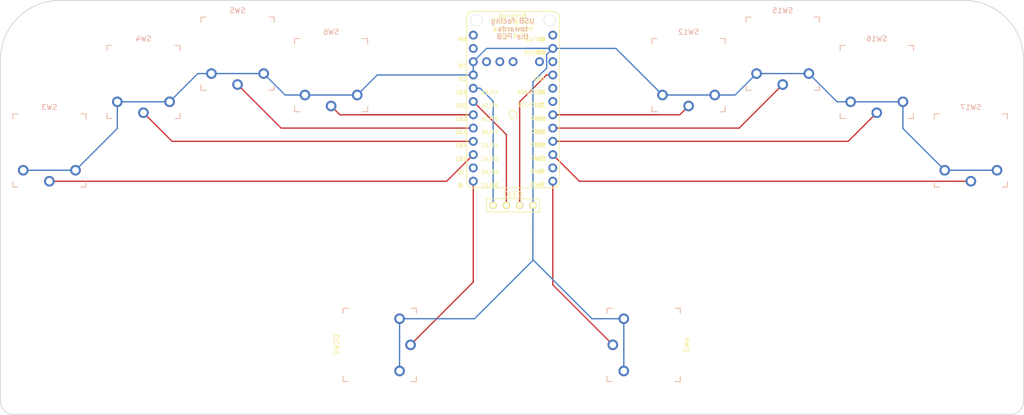
<source format=kicad_pcb>
(kicad_pcb (version 20171130) (host pcbnew 5.1.6)

  (general
    (thickness 1.6)
    (drawings 8)
    (tracks 75)
    (zones 0)
    (modules 12)
    (nets 2)
  )

  (page A4)
  (title_block
    (title "noip")
    (date 2020-06-10)
    (rev .1)
    (company broomlabs)
  )

  (layers
    (0 F.Cu signal)
    (31 B.Cu signal)
    (32 B.Adhes user)
    (33 F.Adhes user)
    (34 B.Paste user hide)
    (35 F.Paste user)
    (36 B.SilkS user hide)
    (37 F.SilkS user hide)
    (38 B.Mask user hide)
    (39 F.Mask user)
    (40 Dwgs.User user hide)
    (41 Cmts.User user)
    (42 Eco1.User user)
    (43 Eco2.User user hide)
    (44 Edge.Cuts user)
    (45 Margin user)
    (46 B.CrtYd user)
    (47 F.CrtYd user)
    (48 B.Fab user hide)
    (49 F.Fab user hide)
  )

  (setup
    (last_trace_width 0.25)
    (user_trace_width 0.5)
    (trace_clearance 0.2)
    (zone_clearance 0.508)
    (zone_45_only no)
    (trace_min 0.2)
    (via_size 0.6)
    (via_drill 0.4)
    (via_min_size 0.4)
    (via_min_drill 0.3)
    (uvia_size 0.3)
    (uvia_drill 0.1)
    (uvias_allowed no)
    (uvia_min_size 0.2)
    (uvia_min_drill 0.1)
    (edge_width 0.15)
    (segment_width 0.15)
    (pcb_text_width 0.3)
    (pcb_text_size 1.5 1.5)
    (mod_edge_width 0.15)
    (mod_text_size 1 1)
    (mod_text_width 0.15)
    (pad_size 1.397 1.397)
    (pad_drill 0.8128)
    (pad_to_mask_clearance 0.2)
    (aux_axis_origin 145.73 12.66)
    (visible_elements FFFFFFFF)
    (pcbplotparams
      (layerselection 0x010f0_ffffffff)
      (usegerberextensions true)
      (usegerberattributes false)
      (usegerberadvancedattributes false)
      (creategerberjobfile false)
      (excludeedgelayer true)
      (linewidth 0.150000)
      (plotframeref false)
      (viasonmask false)
      (mode 1)
      (useauxorigin false)
      (hpglpennumber 1)
      (hpglpenspeed 20)
      (hpglpendiameter 15.000000)
      (psnegative false)
      (psa4output false)
      (plotreference true)
      (plotvalue true)
      (plotinvisibletext false)
      (padsonsilk false)
      (subtractmaskfromsilk false)
      (outputformat 1)
      (mirror false)
      (drillshape 0)
      (scaleselection 1)
      (outputdirectory "gerber/"))
  )

  (net 0 "")
  (net 1 GND)

  (net_class Default "これは標準のネット クラスです。"
    (clearance 0.2)
    (trace_width 0.25)
    (via_dia 0.6)
    (via_drill 0.4)
    (uvia_dia 0.3)
    (uvia_drill 0.1)
    (add_net GND)
  )

  (module protonc:proton_c (layer F.Cu) (tedit 5EBC19C1) (tstamp 5C238F3C)
    (at 149.4 60.4)
    (path /5A5E14C2)
    (fp_text reference U1 (at -0.1 -0.05 270) (layer F.SilkS) hide
      (effects (font (size 1 1) (thickness 0.15)))
    )
    (fp_text value ProMicro (at 0 -30.2) (layer F.Fab) hide
      (effects (font (size 1 1) (thickness 0.15)))
    )
    (fp_line (start 5.1588 13.317) (end 6.1588 13.317) (layer Cmts.User) (width 0.15))
    (fp_line (start 5.1588 12.317) (end 6.1588 12.317) (layer Cmts.User) (width 0.15))
    (fp_line (start 5.1588 12.317) (end 5.1588 13.317) (layer Cmts.User) (width 0.15))
    (fp_line (start 3.711 13.317) (end 4.711 13.317) (layer Cmts.User) (width 0.15))
    (fp_line (start 3.711 12.317) (end 3.711 13.317) (layer Cmts.User) (width 0.15))
    (fp_line (start 4.711 12.317) (end 4.711 13.317) (layer Cmts.User) (width 0.15))
    (fp_line (start 6.1588 12.317) (end 6.1588 13.317) (layer Cmts.User) (width 0.15))
    (fp_line (start 3.711 12.317) (end 4.711 12.317) (layer Cmts.User) (width 0.15))
    (fp_line (start -3.909 12.317) (end -3.909 13.317) (layer Cmts.User) (width 0.15))
    (fp_line (start -3.909 13.317) (end -2.909 13.317) (layer Cmts.User) (width 0.15))
    (fp_line (start -3.909 12.317) (end -2.909 12.317) (layer Cmts.User) (width 0.15))
    (fp_line (start -2.909 12.317) (end -2.909 13.317) (layer Cmts.User) (width 0.15))
    (fp_line (start -2.75 4.45) (end -2.75 5.45) (layer Cmts.User) (width 0.15))
    (fp_line (start -3.75 4.45) (end -3.75 5.45) (layer Cmts.User) (width 0.15))
    (fp_line (start -3.75 5.45) (end -2.75 5.45) (layer Cmts.User) (width 0.15))
    (fp_line (start -3.75 4.45) (end -2.75 4.45) (layer Cmts.User) (width 0.15))
    (fp_line (start 1.95 -4.31) (end 2.95 -4.31) (layer Cmts.User) (width 0.15))
    (fp_line (start 1.95 -3.31) (end 2.95 -3.31) (layer Cmts.User) (width 0.15))
    (fp_line (start 1.95 -4.31) (end 1.95 -3.31) (layer Cmts.User) (width 0.15))
    (fp_line (start 2.95 -3.31) (end 2.95 -4.31) (layer Cmts.User) (width 0.15))
    (fp_line (start -1.7 -3.31) (end -0.7 -3.31) (layer Cmts.User) (width 0.15))
    (fp_line (start -1.7 -4.31) (end -1.7 -3.31) (layer Cmts.User) (width 0.15))
    (fp_line (start -0.7 -3.31) (end -0.7 -4.31) (layer Cmts.User) (width 0.15))
    (fp_line (start -1.7 -4.31) (end -0.7 -4.31) (layer Cmts.User) (width 0.15))
    (fp_line (start -3.85 -4.31) (end -2.85 -4.31) (layer Cmts.User) (width 0.15))
    (fp_line (start -3.85 -3.31) (end -2.85 -3.31) (layer Cmts.User) (width 0.15))
    (fp_line (start -2.85 -3.31) (end -2.85 -4.31) (layer Cmts.User) (width 0.15))
    (fp_line (start -3.85 -4.31) (end -3.85 -3.31) (layer Cmts.User) (width 0.15))
    (fp_line (start -5.4 -3.31) (end -4.4 -3.31) (layer Cmts.User) (width 0.15))
    (fp_line (start -5.4 -4.31) (end -4.4 -4.31) (layer Cmts.User) (width 0.15))
    (fp_line (start -5.4 -4.31) (end -5.4 -3.31) (layer Cmts.User) (width 0.15))
    (fp_line (start 7.64 13.96) (end -7.6 13.96) (layer F.SilkS) (width 0.15))
    (fp_line (start 7.132 13.96) (end 7.64 13.96) (layer F.SilkS) (width 0.15))
    (fp_line (start -4.48 -12.22) (end 4.52 -12.22) (layer Cmts.User) (width 0.15))
    (fp_line (start -4.48 -20.71) (end 4.52 -20.71) (layer Cmts.User) (width 0.15))
    (fp_line (start 4.52 -20.71) (end 4.52 -12.22) (layer Cmts.User) (width 0.15))
    (fp_circle (center 0 -0.035) (end 0.75 -0.035) (layer F.SilkS) (width 0.15))
    (fp_line (start -4.48 -20.71) (end -4.48 -12.22) (layer Cmts.User) (width 0.15))
    (fp_line (start -7.6 -19.794) (end 7.64 -19.794) (layer F.SilkS) (width 0.15))
    (fp_line (start -8.87 -18.524) (end -8.87 12.69) (layer F.SilkS) (width 0.15))
    (fp_line (start 8.91 12.69) (end 8.91 -18.524) (layer F.SilkS) (width 0.15))
    (fp_line (start -7.6 13.96) (end -7.09 13.96) (layer F.SilkS) (width 0.15))
    (fp_line (start -4.4 -3.31) (end -4.4 -4.31) (layer Cmts.User) (width 0.15))
    (fp_text user BOOT0 (at 2.5 -6.4 90) (layer Cmts.User)
      (effects (font (size 0.8 0.8) (thickness 0.15)))
    )
    (fp_text user "USB facing" (at -0.05 -17.98) (layer F.SilkS)
      (effects (font (size 1 1) (thickness 0.15)))
    )
    (fp_arc (start 7.64 -18.524) (end 7.64 -19.794) (angle 90) (layer F.SilkS) (width 0.15))
    (fp_arc (start -7.6 -18.524) (end -8.87 -18.524) (angle 90) (layer F.SilkS) (width 0.15))
    (fp_arc (start 7.64 12.69) (end 8.91 12.69) (angle 90) (layer F.SilkS) (width 0.15))
    (fp_arc (start -7.6 12.69) (end -7.6 13.96) (angle 90) (layer F.SilkS) (width 0.15))
    (fp_text user "USB facing" (at -0.05 -17.98) (layer B.SilkS)
      (effects (font (size 1 1) (thickness 0.15)) (justify mirror))
    )
    (fp_text user towards (at -0.05 -16.48) (layer B.SilkS)
      (effects (font (size 1 1) (thickness 0.15)) (justify mirror))
    )
    (fp_text user "the PCB" (at -0.05 -14.98) (layer F.SilkS)
      (effects (font (size 1 1) (thickness 0.15)))
    )
    (fp_text user "away from" (at -0.05 -16.48) (layer F.SilkS)
      (effects (font (size 1 1) (thickness 0.15)))
    )
    (fp_text user "the PCB" (at -0.05 -14.98) (layer B.SilkS)
      (effects (font (size 1 1) (thickness 0.15)) (justify mirror))
    )
    (fp_text user C13/LED (at 0.1 5) (layer Cmts.User)
      (effects (font (size 0.8 0.8) (thickness 0.15)))
    )
    (fp_text user C14 (at -4.8 -5.6 90) (layer Cmts.User)
      (effects (font (size 0.8 0.8) (thickness 0.15)))
    )
    (fp_text user C15 (at -3.3 -5.6 90) (layer Cmts.User)
      (effects (font (size 0.8 0.8) (thickness 0.15)))
    )
    (fp_text user "A3(3.3v)" (at -1.1 -7.1 90) (layer Cmts.User)
      (effects (font (size 0.8 0.8) (thickness 0.15)))
    )
    (fp_text user RESET (at -3.3 10.3 90) (layer Cmts.User)
      (effects (font (size 0.8 0.8) (thickness 0.15)))
    )
    (fp_text user A14 (at 5.7 10.9 90) (layer Cmts.User)
      (effects (font (size 0.8 0.8) (thickness 0.15)))
    )
    (fp_text user A13 (at 4.2 10.9 90) (layer Cmts.User)
      (effects (font (size 0.8 0.8) (thickness 0.15)))
    )
    (fp_text user "DFU Button" (at 0.8 -1.3 180) (layer Cmts.User)
      (effects (font (size 0.8 0.8) (thickness 0.15)))
    )
    (fp_text user "" (at -0.545 -17.4) (layer F.SilkS)
      (effects (font (size 1 1) (thickness 0.15)))
    )
    (fp_text user RAW (at -9.7155 -14.478 unlocked) (layer F.SilkS)
      (effects (font (size 0.75 0.5) (thickness 0.125)))
    )
    (fp_text user GND (at 4.955 -6.9 unlocked) (layer F.SilkS)
      (effects (font (size 0.75 0.67) (thickness 0.125)))
    )
    (fp_text user RST (at -9.7155 -9.3345 unlocked) (layer F.SilkS)
      (effects (font (size 0.75 0.5) (thickness 0.125)))
    )
    (fp_text user VCC (at -9.7155 -6.858 unlocked) (layer F.SilkS)
      (effects (font (size 0.75 0.5) (thickness 0.125)))
    )
    (fp_text user A3/F4 (at -4.395 -4.25 unlocked) (layer F.SilkS)
      (effects (font (size 0.75 0.67) (thickness 0.125)))
    )
    (fp_text user A2/F5 (at -4.395 -1.75 unlocked) (layer F.SilkS)
      (effects (font (size 0.75 0.67) (thickness 0.125)))
    )
    (fp_text user A1/F6 (at -4.395 0.75 unlocked) (layer F.SilkS)
      (effects (font (size 0.75 0.67) (thickness 0.125)))
    )
    (fp_text user A0/F7 (at -4.395 3.3 unlocked) (layer F.SilkS)
      (effects (font (size 0.75 0.67) (thickness 0.125)))
    )
    (fp_text user 15/B1 (at -4.395 5.85 unlocked) (layer F.SilkS)
      (effects (font (size 0.75 0.67) (thickness 0.125)))
    )
    (fp_text user 14/B3 (at -4.395 8.4 unlocked) (layer F.SilkS)
      (effects (font (size 0.75 0.67) (thickness 0.125)))
    )
    (fp_text user 10/B6 (at -4.395 13.45 unlocked) (layer F.SilkS)
      (effects (font (size 0.75 0.67) (thickness 0.125)))
    )
    (fp_text user 16/B2 (at -4.395 10.95 unlocked) (layer F.SilkS)
      (effects (font (size 0.75 0.67) (thickness 0.125)))
    )
    (fp_text user E6/7 (at 4.705 8.25 unlocked) (layer F.SilkS)
      (effects (font (size 0.75 0.67) (thickness 0.125)))
    )
    (fp_text user D7/6 (at 4.705 5.7 unlocked) (layer F.SilkS)
      (effects (font (size 0.75 0.67) (thickness 0.125)))
    )
    (fp_text user D3/TX0 (at 4.155 -14.45 unlocked) (layer F.SilkS)
      (effects (font (size 0.75 0.67) (thickness 0.125)))
    )
    (fp_text user D4/4 (at 4.705 0.6 unlocked) (layer F.SilkS)
      (effects (font (size 0.75 0.67) (thickness 0.125)))
    )
    (fp_text user SDA/D1/2 (at 3.455 -4.4 unlocked) (layer F.SilkS)
      (effects (font (size 0.75 0.67) (thickness 0.125)))
    )
    (fp_text user SCL/D0/3 (at 3.455 -1.9 unlocked) (layer F.SilkS)
      (effects (font (size 0.75 0.67) (thickness 0.125)))
    )
    (fp_text user C6/5 (at 4.705 3.15 unlocked) (layer F.SilkS)
      (effects (font (size 0.75 0.67) (thickness 0.125)))
    )
    (fp_text user B5/9 (at 4.705 13.3 unlocked) (layer F.SilkS)
      (effects (font (size 0.75 0.67) (thickness 0.125)))
    )
    (fp_text user D2/RX1 (at 4.155 -11.9 unlocked) (layer F.SilkS)
      (effects (font (size 0.75 0.67) (thickness 0.125)))
    )
    (fp_text user B4/8 (at 4.705 10.8 unlocked) (layer F.SilkS)
      (effects (font (size 0.75 0.67) (thickness 0.125)))
    )
    (fp_text user MicroUSB (at -0.05 -18.95) (layer F.SilkS)
      (effects (font (size 0.75 0.75) (thickness 0.12)))
    )
    (fp_text user LED (at 5.5 -14.478) (layer F.SilkS)
      (effects (font (size 0.75 0.5) (thickness 0.125)))
    )
    (fp_text user DATA (at 5.35 -11.95) (layer F.SilkS)
      (effects (font (size 0.75 0.5) (thickness 0.125)))
    )
    (fp_text user COL3 (at -10 3.35) (layer F.SilkS)
      (effects (font (size 0.75 0.5) (thickness 0.125)))
    )
    (fp_text user ROW0 (at 5.2 0.8) (layer F.SilkS)
      (effects (font (size 0.75 0.5) (thickness 0.125)))
    )
    (fp_text user COL2 (at -9.9 0.762) (layer F.SilkS)
      (effects (font (size 0.75 0.5) (thickness 0.125)))
    )
    (fp_text user SCL (at 5.461 -1.778) (layer F.SilkS)
      (effects (font (size 0.75 0.5) (thickness 0.125)))
    )
    (fp_text user COL1 (at -9.85 -1.778) (layer F.SilkS)
      (effects (font (size 0.75 0.5) (thickness 0.125)))
    )
    (fp_text user SDA (at 5.461 -4.318) (layer F.SilkS)
      (effects (font (size 0.75 0.5) (thickness 0.125)))
    )
    (fp_text user COL0 (at -9.9 -4.3) (layer F.SilkS)
      (effects (font (size 0.75 0.5) (thickness 0.125)))
    )
    (fp_text user B6 (at -10.05 13.5) (layer F.SilkS)
      (effects (font (size 0.75 0.5) (thickness 0.125)))
    )
    (fp_text user B5 (at 5.2 13.5255) (layer F.SilkS)
      (effects (font (size 0.75 0.5) (thickness 0.125)))
    )
    (fp_text user B4 (at 5.2 10.922) (layer F.SilkS)
      (effects (font (size 0.75 0.5) (thickness 0.125)))
    )
    (fp_text user B2 (at -9.95 10.95) (layer F.SilkS)
      (effects (font (size 0.75 0.5) (thickness 0.125)))
    )
    (fp_text user ROW3 (at 5.2 8.4455) (layer F.SilkS)
      (effects (font (size 0.75 0.5) (thickness 0.125)))
    )
    (fp_text user COL5 (at -9.95 8.4455) (layer F.SilkS)
      (effects (font (size 0.75 0.5) (thickness 0.125)))
    )
    (fp_text user ROW2 (at 5.2 5.85) (layer F.SilkS)
      (effects (font (size 0.75 0.5) (thickness 0.125)))
    )
    (fp_text user COL4 (at -9.95 5.85) (layer F.SilkS)
      (effects (font (size 0.75 0.5) (thickness 0.125)))
    )
    (fp_text user ROW1 (at 5.25 3.302) (layer F.SilkS)
      (effects (font (size 0.75 0.5) (thickness 0.125)))
    )
    (pad 5V thru_hole circle (at 7.615 -15.25) (size 1.7 1.7) (drill 1) (layers *.Cu *.Mask))
    (pad A10 thru_hole circle (at -7.6 -12.71) (size 1.7 1.7) (drill 1) (layers *.Cu *.Mask))
    (pad SCRE thru_hole circle (at 7.005 -18.0748) (size 2.2 2.2) (drill 2.2) (layers *.Cu *.Mask))
    (pad SCRE thru_hole circle (at -6.9904 -18.0748) (size 2.2 2.2) (drill 2.2) (layers *.Cu *.Mask))
    (pad A9 thru_hole circle (at -7.6 -15.25) (size 1.7 1.7) (drill 1) (layers *.Cu *.Mask))
    (pad D+ thru_hole circle (at -5.06 -10.17) (size 1.7 1.7) (drill 1) (layers *.Cu *.Mask))
    (pad GND thru_hole circle (at -7.6 -10.17) (size 1.7 1.7) (drill 1) (layers *.Cu *.Mask)
      (net 1 GND))
    (pad GND thru_hole circle (at -7.6 -7.63) (size 1.7 1.7) (drill 1) (layers *.Cu *.Mask)
      (net 1 GND))
    (pad B7 thru_hole circle (at -7.6 -5.09) (size 1.7 1.7) (drill 1) (layers *.Cu *.Mask))
    (pad B6 thru_hole circle (at -7.6 -2.55) (size 1.7 1.7) (drill 1) (layers *.Cu *.Mask))
    (pad D- thru_hole circle (at -2.52 -10.17) (size 1.7 1.7) (drill 1) (layers *.Cu *.Mask))
    (pad CHRG thru_hole circle (at 0.02 -10.17) (size 1.7 1.7) (drill 1) (layers *.Cu *.Mask))
    (pad B5 thru_hole circle (at -7.6 -0.01) (size 1.7 1.7) (drill 1) (layers *.Cu *.Mask))
    (pad B4 thru_hole circle (at -7.6 2.53) (size 1.7 1.7) (drill 1) (layers *.Cu *.Mask))
    (pad B3 thru_hole circle (at -7.6 5.07) (size 1.7 1.7) (drill 1) (layers *.Cu *.Mask))
    (pad B2 thru_hole circle (at -7.6 7.61) (size 1.7 1.7) (drill 1) (layers *.Cu *.Mask))
    (pad B1 thru_hole circle (at -7.6 10.15) (size 1.7 1.7) (drill 1) (layers *.Cu *.Mask))
    (pad B0 thru_hole circle (at -7.6 12.69) (size 1.7 1.7) (drill 1) (layers *.Cu *.Mask))
    (pad GND thru_hole circle (at 7.615 -12.71) (size 1.7 1.7) (drill 1) (layers *.Cu *.Mask)
      (net 1 GND))
    (pad DFU thru_hole circle (at 7.615 -10.17) (size 1.7 1.7) (drill 1) (layers *.Cu *.Mask))
    (pad A2 thru_hole circle (at 7.615 -5.09) (size 1.7 1.7) (drill 1) (layers *.Cu *.Mask))
    (pad A3|5v thru_hole circle (at 5.075 -10.17) (size 1.7 1.7) (drill 1) (layers *.Cu *.Mask))
    (pad 3.3V thru_hole circle (at 7.615 -7.63) (size 1.7 1.7) (drill 1) (layers *.Cu *.Mask))
    (pad A1 thru_hole circle (at 7.615 -2.55) (size 1.7 1.7) (drill 1) (layers *.Cu *.Mask))
    (pad A0 thru_hole circle (at 7.615 -0.01) (size 1.7 1.7) (drill 1) (layers *.Cu *.Mask))
    (pad B8 thru_hole circle (at 7.615 2.53) (size 1.7 1.7) (drill 1) (layers *.Cu *.Mask))
    (pad B14 thru_hole circle (at 7.615 7.61) (size 1.7 1.7) (drill 1) (layers *.Cu *.Mask))
    (pad B15 thru_hole circle (at 7.615 10.15) (size 1.7 1.7) (drill 1) (layers *.Cu *.Mask))
    (pad B13 thru_hole circle (at 7.615 5.07) (size 1.7 1.7) (drill 1) (layers *.Cu *.Mask))
    (pad B9 thru_hole circle (at 7.615 12.69) (size 1.7 1.7) (drill 1) (layers *.Cu *.Mask))
    (model BG030-06-A-0400-0300-N-G.stp
      (offset (xyz 7.62 -16.5 0))
      (scale (xyz 1 1 1))
      (rotate (xyz -90 0 90))
    )
    (model BG030-06-A-0400-0300-N-G.stp
      (offset (xyz -7.62 -16.5 0))
      (scale (xyz 1 1 1))
      (rotate (xyz -90 0 90))
    )
    (model BG030-12-A-0400-0300-N-G.stp
      (offset (xyz 7.62 16.5 -0.06))
      (scale (xyz 1 1 1))
      (rotate (xyz -90 0 90))
    )
    (model BG030-12-A-0400-0300-N-G.stp
      (offset (xyz -7.62 16.5 -0.06))
      (scale (xyz 1 1 1))
      (rotate (xyz -90 0 90))
    )
    (model proton-c.step
      (offset (xyz 0 -6 4.08))
      (scale (xyz 1 1 1))
      (rotate (xyz 0 0 0))
    )
  )

  (module foostan:OLED_1side (layer F.Cu) (tedit 5EBBFB1E) (tstamp 5EBC4686)
    (at 145.6 77.7)
    (descr "Connecteur 6 pins")
    (tags "CONN DEV")
    (fp_text reference J2 (at 3.7 2.1 180) (layer F.Fab)
      (effects (font (size 0.8128 0.8128) (thickness 0.15)))
    )
    (fp_text value OLED (at 3.6 3.3) (layer F.SilkS) hide
      (effects (font (size 0.8128 0.8128) (thickness 0.15)))
    )
    (fp_line (start -1.27 1.27) (end 8.89 1.27) (layer F.SilkS) (width 0.15))
    (fp_line (start -1.27 -1.27) (end 8.89 -1.27) (layer F.SilkS) (width 0.15))
    (fp_line (start 8.89 -1.27) (end 8.89 1.27) (layer F.SilkS) (width 0.15))
    (fp_line (start -1.27 1.27) (end -1.27 -1.27) (layer F.SilkS) (width 0.15))
    (fp_text user OLED (at 3.8 -2.1) (layer F.SilkS)
      (effects (font (size 1 1) (thickness 0.15)))
    )
    (pad 4 thru_hole circle (at 7.62 0) (size 1.397 1.397) (drill 0.8128) (layers *.Cu F.SilkS B.Mask)
      (net 1 GND))
    (pad 3 thru_hole circle (at 5.08 0) (size 1.397 1.397) (drill 0.8128) (layers *.Cu F.SilkS B.Mask))
    (pad 2 thru_hole circle (at 2.54 0) (size 1.397 1.397) (drill 0.8128) (layers *.Cu F.SilkS B.Mask))
    (pad 1 thru_hole circle (at 0 0) (size 1.397 1.397) (drill 0.8128) (layers *.Cu F.SilkS B.Mask))
  )

  (module "Choc Footprints:SW_PG1350_reversible" (layer B.Cu) (tedit 5EBBF24C) (tstamp 5C238836)
    (at 123.9 104.4 270)
    (descr "Kailh \"Choc\" PG1350 keyswitch, able to be mounted on front or back of PCB")
    (tags kailh,choc)
    (path /5A5E37A4)
    (fp_text reference SW20 (at 4.600001 -6 90) (layer Dwgs.User) hide
      (effects (font (size 1 1) (thickness 0.15)))
    )
    (fp_text value SW_PUSH (at -0.5 -6 90) (layer Dwgs.User) hide
      (effects (font (size 1 1) (thickness 0.15)))
    )
    (fp_line (start 6 7) (end 7 7) (layer B.SilkS) (width 0.15))
    (fp_line (start 7 7) (end 7 6) (layer B.SilkS) (width 0.15))
    (fp_line (start 7 -6) (end 7 -7) (layer B.SilkS) (width 0.15))
    (fp_line (start 7 -7) (end 6 -7) (layer B.SilkS) (width 0.15))
    (fp_line (start -6 -7) (end -7 -7) (layer B.SilkS) (width 0.15))
    (fp_line (start -7 -7) (end -7 -6) (layer B.SilkS) (width 0.15))
    (fp_line (start -7 6) (end -7 7) (layer B.SilkS) (width 0.15))
    (fp_line (start -7 7) (end -6 7) (layer B.SilkS) (width 0.15))
    (fp_line (start -2.6 3.1) (end 2.6 3.1) (layer Eco2.User) (width 0.15))
    (fp_line (start 2.6 3.1) (end 2.6 6.3) (layer Eco2.User) (width 0.15))
    (fp_line (start 2.6 6.3) (end -2.6 6.3) (layer Eco2.User) (width 0.15))
    (fp_line (start -2.6 3.1) (end -2.6 6.3) (layer Eco2.User) (width 0.15))
    (fp_line (start -7 6) (end -7 7) (layer F.SilkS) (width 0.15))
    (fp_line (start -7 7) (end -6 7) (layer F.SilkS) (width 0.15))
    (fp_line (start -6 -7) (end -7 -7) (layer F.SilkS) (width 0.15))
    (fp_line (start -7 -7) (end -7 -6) (layer F.SilkS) (width 0.15))
    (fp_line (start 7 -6) (end 7 -7) (layer F.SilkS) (width 0.15))
    (fp_line (start 7 -7) (end 6 -7) (layer F.SilkS) (width 0.15))
    (fp_line (start 6 7) (end 7 7) (layer F.SilkS) (width 0.15))
    (fp_line (start 7 7) (end 7 6) (layer F.SilkS) (width 0.15))
    (fp_line (start -6.9 -6.9) (end 6.9 -6.9) (layer Eco2.User) (width 0.15))
    (fp_line (start 6.9 6.9) (end -6.9 6.9) (layer Eco2.User) (width 0.15))
    (fp_line (start 6.9 6.9) (end 6.9 -6.9) (layer Eco2.User) (width 0.15))
    (fp_line (start -6.9 -6.9) (end -6.9 6.9) (layer Eco2.User) (width 0.15))
    (fp_line (start -7.5 7.5) (end 7.5 7.5) (layer F.Fab) (width 0.15))
    (fp_line (start 7.5 7.5) (end 7.5 -7.5) (layer F.Fab) (width 0.15))
    (fp_line (start 7.5 -7.5) (end -7.5 -7.5) (layer F.Fab) (width 0.15))
    (fp_line (start -7.5 -7.5) (end -7.5 7.5) (layer F.Fab) (width 0.15))
    (fp_line (start -7.5 7.5) (end 7.5 7.5) (layer B.Fab) (width 0.15))
    (fp_line (start 7.5 -7.5) (end -7.5 -7.5) (layer B.Fab) (width 0.15))
    (fp_line (start 7.5 7.5) (end 7.5 -7.5) (layer B.Fab) (width 0.15))
    (fp_line (start -7.5 -7.5) (end -7.5 7.5) (layer B.Fab) (width 0.15))
    (fp_text user %R (at 0 0 90) (layer B.Fab)
      (effects (font (size 1 1) (thickness 0.15)) (justify mirror))
    )
    (fp_text user %R (at 0 0 90) (layer B.Fab)
      (effects (font (size 1 1) (thickness 0.15)) (justify mirror))
    )
    (fp_text user %V (at 0 -8.255 90) (layer F.Fab)
      (effects (font (size 1 1) (thickness 0.15)))
    )
    (fp_text user %R (at 0 8.255 90) (layer F.SilkS)
      (effects (font (size 1 1) (thickness 0.15)))
    )
    (pad "" np_thru_hole circle (at -5.5 0 270) (size 1.7018 1.7018) (drill 1.7018) (layers *.Cu *.Mask))
    (pad "" np_thru_hole circle (at 5.5 0 270) (size 1.7018 1.7018) (drill 1.7018) (layers *.Cu *.Mask))
    (pad "" np_thru_hole circle (at 5.22 4.2 270) (size 0.9906 0.9906) (drill 0.9906) (layers *.Cu *.Mask))
    (pad 1 thru_hole circle (at 0 -5.9 270) (size 2.032 2.032) (drill 1.27) (layers *.Cu *.Mask))
    (pad 2 thru_hole circle (at -5 -3.8 270) (size 2.032 2.032) (drill 1.27) (layers *.Cu *.Mask)
      (net 1 GND))
    (pad "" np_thru_hole circle (at 0 0 270) (size 3.429 3.429) (drill 3.429) (layers *.Cu *.Mask))
    (pad 2 thru_hole circle (at 5 -3.8 270) (size 2.032 2.032) (drill 1.27) (layers *.Cu *.Mask)
      (net 1 GND))
    (pad "" np_thru_hole circle (at -5.22 4.2 270) (size 0.9906 0.9906) (drill 0.9906) (layers *.Cu *.Mask))
  )

  (module "Choc Footprints:SW_PG1350_reversible" (layer B.Cu) (tedit 5EBBF243) (tstamp 5C23884C)
    (at 174.4 104.4 90)
    (descr "Kailh \"Choc\" PG1350 keyswitch, able to be mounted on front or back of PCB")
    (tags kailh,choc)
    (path /5A5E37B0)
    (fp_text reference SWe (at 4.6 -6 270) (layer Dwgs.User) hide
      (effects (font (size 1 1) (thickness 0.15)))
    )
    (fp_text value SW_PUSH (at -0.5 -6 270) (layer Dwgs.User) hide
      (effects (font (size 1 1) (thickness 0.15)))
    )
    (fp_line (start -7.5 -7.5) (end -7.5 7.5) (layer B.Fab) (width 0.15))
    (fp_line (start 7.5 7.5) (end 7.5 -7.5) (layer B.Fab) (width 0.15))
    (fp_line (start 7.5 -7.5) (end -7.5 -7.5) (layer B.Fab) (width 0.15))
    (fp_line (start -7.5 7.5) (end 7.5 7.5) (layer B.Fab) (width 0.15))
    (fp_line (start -7.5 -7.5) (end -7.5 7.5) (layer F.Fab) (width 0.15))
    (fp_line (start 7.5 -7.5) (end -7.5 -7.5) (layer F.Fab) (width 0.15))
    (fp_line (start 7.5 7.5) (end 7.5 -7.5) (layer F.Fab) (width 0.15))
    (fp_line (start -7.5 7.5) (end 7.5 7.5) (layer F.Fab) (width 0.15))
    (fp_line (start -6.9 -6.9) (end -6.9 6.9) (layer Eco2.User) (width 0.15))
    (fp_line (start 6.9 6.9) (end 6.9 -6.9) (layer Eco2.User) (width 0.15))
    (fp_line (start 6.9 6.9) (end -6.9 6.9) (layer Eco2.User) (width 0.15))
    (fp_line (start -6.9 -6.9) (end 6.9 -6.9) (layer Eco2.User) (width 0.15))
    (fp_line (start 7 7) (end 7 6) (layer F.SilkS) (width 0.15))
    (fp_line (start 6 7) (end 7 7) (layer F.SilkS) (width 0.15))
    (fp_line (start 7 -7) (end 6 -7) (layer F.SilkS) (width 0.15))
    (fp_line (start 7 -6) (end 7 -7) (layer F.SilkS) (width 0.15))
    (fp_line (start -7 -7) (end -7 -6) (layer F.SilkS) (width 0.15))
    (fp_line (start -6 -7) (end -7 -7) (layer F.SilkS) (width 0.15))
    (fp_line (start -7 7) (end -6 7) (layer F.SilkS) (width 0.15))
    (fp_line (start -7 6) (end -7 7) (layer F.SilkS) (width 0.15))
    (fp_line (start -2.6 3.1) (end -2.6 6.3) (layer Eco2.User) (width 0.15))
    (fp_line (start 2.6 6.3) (end -2.6 6.3) (layer Eco2.User) (width 0.15))
    (fp_line (start 2.6 3.1) (end 2.6 6.3) (layer Eco2.User) (width 0.15))
    (fp_line (start -2.6 3.1) (end 2.6 3.1) (layer Eco2.User) (width 0.15))
    (fp_line (start -7 7) (end -6 7) (layer B.SilkS) (width 0.15))
    (fp_line (start -7 6) (end -7 7) (layer B.SilkS) (width 0.15))
    (fp_line (start -7 -7) (end -7 -6) (layer B.SilkS) (width 0.15))
    (fp_line (start -6 -7) (end -7 -7) (layer B.SilkS) (width 0.15))
    (fp_line (start 7 -7) (end 6 -7) (layer B.SilkS) (width 0.15))
    (fp_line (start 7 -6) (end 7 -7) (layer B.SilkS) (width 0.15))
    (fp_line (start 7 7) (end 7 6) (layer B.SilkS) (width 0.15))
    (fp_line (start 6 7) (end 7 7) (layer B.SilkS) (width 0.15))
    (fp_text user %R (at 0 8.255 90) (layer F.SilkS)
      (effects (font (size 1 1) (thickness 0.15)))
    )
    (fp_text user %V (at 0 -8.255 90) (layer F.Fab)
      (effects (font (size 1 1) (thickness 0.15)))
    )
    (fp_text user %R (at 0 0 90) (layer B.Fab)
      (effects (font (size 1 1) (thickness 0.15)) (justify mirror))
    )
    (fp_text user %R (at 0 0 90) (layer F.Fab)
      (effects (font (size 1 1) (thickness 0.15)))
    )
    (pad "" np_thru_hole circle (at -5.22 4.2 90) (size 0.9906 0.9906) (drill 0.9906) (layers *.Cu *.Mask))
    (pad 2 thru_hole circle (at 5 -3.8 90) (size 2.032 2.032) (drill 1.27) (layers *.Cu *.Mask)
      (net 1 GND))
    (pad "" np_thru_hole circle (at 0 0 90) (size 3.429 3.429) (drill 3.429) (layers *.Cu *.Mask))
    (pad 2 thru_hole circle (at -5 -3.8 90) (size 2.032 2.032) (drill 1.27) (layers *.Cu *.Mask)
      (net 1 GND))
    (pad 1 thru_hole circle (at 0 -5.9 90) (size 2.032 2.032) (drill 1.27) (layers *.Cu *.Mask))
    (pad "" np_thru_hole circle (at 5.22 4.2 90) (size 0.9906 0.9906) (drill 0.9906) (layers *.Cu *.Mask))
    (pad "" np_thru_hole circle (at 5.5 0 90) (size 1.7018 1.7018) (drill 1.7018) (layers *.Cu *.Mask))
    (pad "" np_thru_hole circle (at -5.5 0 90) (size 1.7018 1.7018) (drill 1.7018) (layers *.Cu *.Mask))
  )

  (module "Choc Footprints:SW_PG1350_reversible" (layer F.Cu) (tedit 5EBBF23A) (tstamp 5C2387F4)
    (at 237 67.2)
    (descr "Kailh \"Choc\" PG1350 keyswitch, able to be mounted on front or back of PCB")
    (tags kailh,choc)
    (path /5A5E35CF)
    (fp_text reference SW17 (at 4.6 6 180) (layer Dwgs.User) hide
      (effects (font (size 1 1) (thickness 0.15)))
    )
    (fp_text value SW_PUSH (at -0.5 6 180) (layer Dwgs.User) hide
      (effects (font (size 1 1) (thickness 0.15)))
    )
    (fp_line (start 6 -7) (end 7 -7) (layer F.SilkS) (width 0.15))
    (fp_line (start 7 -7) (end 7 -6) (layer F.SilkS) (width 0.15))
    (fp_line (start 7 6) (end 7 7) (layer F.SilkS) (width 0.15))
    (fp_line (start 7 7) (end 6 7) (layer F.SilkS) (width 0.15))
    (fp_line (start -6 7) (end -7 7) (layer F.SilkS) (width 0.15))
    (fp_line (start -7 7) (end -7 6) (layer F.SilkS) (width 0.15))
    (fp_line (start -7 -6) (end -7 -7) (layer F.SilkS) (width 0.15))
    (fp_line (start -7 -7) (end -6 -7) (layer F.SilkS) (width 0.15))
    (fp_line (start -2.6 -3.1) (end 2.6 -3.1) (layer Eco2.User) (width 0.15))
    (fp_line (start 2.6 -3.1) (end 2.6 -6.3) (layer Eco2.User) (width 0.15))
    (fp_line (start 2.6 -6.3) (end -2.6 -6.3) (layer Eco2.User) (width 0.15))
    (fp_line (start -2.6 -3.1) (end -2.6 -6.3) (layer Eco2.User) (width 0.15))
    (fp_line (start -7 -6) (end -7 -7) (layer B.SilkS) (width 0.15))
    (fp_line (start -7 -7) (end -6 -7) (layer B.SilkS) (width 0.15))
    (fp_line (start -6 7) (end -7 7) (layer B.SilkS) (width 0.15))
    (fp_line (start -7 7) (end -7 6) (layer B.SilkS) (width 0.15))
    (fp_line (start 7 6) (end 7 7) (layer B.SilkS) (width 0.15))
    (fp_line (start 7 7) (end 6 7) (layer B.SilkS) (width 0.15))
    (fp_line (start 6 -7) (end 7 -7) (layer B.SilkS) (width 0.15))
    (fp_line (start 7 -7) (end 7 -6) (layer B.SilkS) (width 0.15))
    (fp_line (start -6.9 6.9) (end 6.9 6.9) (layer Eco2.User) (width 0.15))
    (fp_line (start 6.9 -6.9) (end -6.9 -6.9) (layer Eco2.User) (width 0.15))
    (fp_line (start 6.9 -6.9) (end 6.9 6.9) (layer Eco2.User) (width 0.15))
    (fp_line (start -6.9 6.9) (end -6.9 -6.9) (layer Eco2.User) (width 0.15))
    (fp_line (start -7.5 -7.5) (end 7.5 -7.5) (layer B.Fab) (width 0.15))
    (fp_line (start 7.5 -7.5) (end 7.5 7.5) (layer B.Fab) (width 0.15))
    (fp_line (start 7.5 7.5) (end -7.5 7.5) (layer B.Fab) (width 0.15))
    (fp_line (start -7.5 7.5) (end -7.5 -7.5) (layer B.Fab) (width 0.15))
    (fp_line (start -7.5 -7.5) (end 7.5 -7.5) (layer F.Fab) (width 0.15))
    (fp_line (start 7.5 7.5) (end -7.5 7.5) (layer F.Fab) (width 0.15))
    (fp_line (start 7.5 -7.5) (end 7.5 7.5) (layer F.Fab) (width 0.15))
    (fp_line (start -7.5 7.5) (end -7.5 -7.5) (layer F.Fab) (width 0.15))
    (fp_text user %R (at 0 0) (layer F.Fab)
      (effects (font (size 1 1) (thickness 0.15)))
    )
    (fp_text user %R (at 0 0) (layer F.Fab)
      (effects (font (size 1 1) (thickness 0.15)))
    )
    (fp_text user %V (at 0 8.255) (layer B.Fab)
      (effects (font (size 1 1) (thickness 0.15)) (justify mirror))
    )
    (fp_text user %R (at 0 -8.255) (layer B.SilkS)
      (effects (font (size 1 1) (thickness 0.15)) (justify mirror))
    )
    (pad "" np_thru_hole circle (at -5.5 0) (size 1.7018 1.7018) (drill 1.7018) (layers *.Cu *.Mask))
    (pad "" np_thru_hole circle (at 5.5 0) (size 1.7018 1.7018) (drill 1.7018) (layers *.Cu *.Mask))
    (pad "" np_thru_hole circle (at 5.22 -4.2) (size 0.9906 0.9906) (drill 0.9906) (layers *.Cu *.Mask))
    (pad 1 thru_hole circle (at 0 5.9) (size 2.032 2.032) (drill 1.27) (layers *.Cu *.Mask))
    (pad 2 thru_hole circle (at -5 3.8) (size 2.032 2.032) (drill 1.27) (layers *.Cu *.Mask)
      (net 1 GND))
    (pad "" np_thru_hole circle (at 0 0) (size 3.429 3.429) (drill 3.429) (layers *.Cu *.Mask))
    (pad 2 thru_hole circle (at 5 3.8) (size 2.032 2.032) (drill 1.27) (layers *.Cu *.Mask)
      (net 1 GND))
    (pad "" np_thru_hole circle (at -5.22 -4.2) (size 0.9906 0.9906) (drill 0.9906) (layers *.Cu *.Mask))
  )

  (module "Choc Footprints:SW_PG1350_reversible" (layer F.Cu) (tedit 5EBBF231) (tstamp 5C2387DE)
    (at 219 54.1)
    (descr "Kailh \"Choc\" PG1350 keyswitch, able to be mounted on front or back of PCB")
    (tags kailh,choc)
    (path /5A5E35C9)
    (fp_text reference SW16 (at 4.6 6 180) (layer Dwgs.User) hide
      (effects (font (size 1 1) (thickness 0.15)))
    )
    (fp_text value SW_PUSH (at -0.5 6 180) (layer Dwgs.User) hide
      (effects (font (size 1 1) (thickness 0.15)))
    )
    (fp_line (start 6 -7) (end 7 -7) (layer F.SilkS) (width 0.15))
    (fp_line (start 7 -7) (end 7 -6) (layer F.SilkS) (width 0.15))
    (fp_line (start 7 6) (end 7 7) (layer F.SilkS) (width 0.15))
    (fp_line (start 7 7) (end 6 7) (layer F.SilkS) (width 0.15))
    (fp_line (start -6 7) (end -7 7) (layer F.SilkS) (width 0.15))
    (fp_line (start -7 7) (end -7 6) (layer F.SilkS) (width 0.15))
    (fp_line (start -7 -6) (end -7 -7) (layer F.SilkS) (width 0.15))
    (fp_line (start -7 -7) (end -6 -7) (layer F.SilkS) (width 0.15))
    (fp_line (start -2.6 -3.1) (end 2.6 -3.1) (layer Eco2.User) (width 0.15))
    (fp_line (start 2.6 -3.1) (end 2.6 -6.3) (layer Eco2.User) (width 0.15))
    (fp_line (start 2.6 -6.3) (end -2.6 -6.3) (layer Eco2.User) (width 0.15))
    (fp_line (start -2.6 -3.1) (end -2.6 -6.3) (layer Eco2.User) (width 0.15))
    (fp_line (start -7 -6) (end -7 -7) (layer B.SilkS) (width 0.15))
    (fp_line (start -7 -7) (end -6 -7) (layer B.SilkS) (width 0.15))
    (fp_line (start -6 7) (end -7 7) (layer B.SilkS) (width 0.15))
    (fp_line (start -7 7) (end -7 6) (layer B.SilkS) (width 0.15))
    (fp_line (start 7 6) (end 7 7) (layer B.SilkS) (width 0.15))
    (fp_line (start 7 7) (end 6 7) (layer B.SilkS) (width 0.15))
    (fp_line (start 6 -7) (end 7 -7) (layer B.SilkS) (width 0.15))
    (fp_line (start 7 -7) (end 7 -6) (layer B.SilkS) (width 0.15))
    (fp_line (start -6.9 6.9) (end 6.9 6.9) (layer Eco2.User) (width 0.15))
    (fp_line (start 6.9 -6.9) (end -6.9 -6.9) (layer Eco2.User) (width 0.15))
    (fp_line (start 6.9 -6.9) (end 6.9 6.9) (layer Eco2.User) (width 0.15))
    (fp_line (start -6.9 6.9) (end -6.9 -6.9) (layer Eco2.User) (width 0.15))
    (fp_line (start -7.5 -7.5) (end 7.5 -7.5) (layer B.Fab) (width 0.15))
    (fp_line (start 7.5 -7.5) (end 7.5 7.5) (layer B.Fab) (width 0.15))
    (fp_line (start 7.5 7.5) (end -7.5 7.5) (layer B.Fab) (width 0.15))
    (fp_line (start -7.5 7.5) (end -7.5 -7.5) (layer B.Fab) (width 0.15))
    (fp_line (start -7.5 -7.5) (end 7.5 -7.5) (layer F.Fab) (width 0.15))
    (fp_line (start 7.5 7.5) (end -7.5 7.5) (layer F.Fab) (width 0.15))
    (fp_line (start 7.5 -7.5) (end 7.5 7.5) (layer F.Fab) (width 0.15))
    (fp_line (start -7.5 7.5) (end -7.5 -7.5) (layer F.Fab) (width 0.15))
    (fp_text user %R (at 0 0) (layer F.Fab)
      (effects (font (size 1 1) (thickness 0.15)))
    )
    (fp_text user %R (at 0 0) (layer F.Fab)
      (effects (font (size 1 1) (thickness 0.15)))
    )
    (fp_text user %V (at 0 8.255) (layer B.Fab)
      (effects (font (size 1 1) (thickness 0.15)) (justify mirror))
    )
    (fp_text user %R (at 0 -8.255) (layer B.SilkS)
      (effects (font (size 1 1) (thickness 0.15)) (justify mirror))
    )
    (pad "" np_thru_hole circle (at -5.5 0) (size 1.7018 1.7018) (drill 1.7018) (layers *.Cu *.Mask))
    (pad "" np_thru_hole circle (at 5.5 0) (size 1.7018 1.7018) (drill 1.7018) (layers *.Cu *.Mask))
    (pad "" np_thru_hole circle (at 5.22 -4.2) (size 0.9906 0.9906) (drill 0.9906) (layers *.Cu *.Mask))
    (pad 1 thru_hole circle (at 0 5.9) (size 2.032 2.032) (drill 1.27) (layers *.Cu *.Mask))
    (pad 2 thru_hole circle (at -5 3.8) (size 2.032 2.032) (drill 1.27) (layers *.Cu *.Mask)
      (net 1 GND))
    (pad "" np_thru_hole circle (at 0 0) (size 3.429 3.429) (drill 3.429) (layers *.Cu *.Mask))
    (pad 2 thru_hole circle (at 5 3.8) (size 2.032 2.032) (drill 1.27) (layers *.Cu *.Mask)
      (net 1 GND))
    (pad "" np_thru_hole circle (at -5.22 -4.2) (size 0.9906 0.9906) (drill 0.9906) (layers *.Cu *.Mask))
  )

  (module "Choc Footprints:SW_PG1350_reversible" (layer F.Cu) (tedit 5EBBF229) (tstamp 5C2387C8)
    (at 201 48.7)
    (descr "Kailh \"Choc\" PG1350 keyswitch, able to be mounted on front or back of PCB")
    (tags kailh,choc)
    (path /5A5E35BD)
    (fp_text reference SW15 (at 4.6 6 180) (layer Dwgs.User) hide
      (effects (font (size 1 1) (thickness 0.15)))
    )
    (fp_text value SW_PUSH (at -0.5 6 180) (layer Dwgs.User) hide
      (effects (font (size 1 1) (thickness 0.15)))
    )
    (fp_line (start 6 -7) (end 7 -7) (layer F.SilkS) (width 0.15))
    (fp_line (start 7 -7) (end 7 -6) (layer F.SilkS) (width 0.15))
    (fp_line (start 7 6) (end 7 7) (layer F.SilkS) (width 0.15))
    (fp_line (start 7 7) (end 6 7) (layer F.SilkS) (width 0.15))
    (fp_line (start -6 7) (end -7 7) (layer F.SilkS) (width 0.15))
    (fp_line (start -7 7) (end -7 6) (layer F.SilkS) (width 0.15))
    (fp_line (start -7 -6) (end -7 -7) (layer F.SilkS) (width 0.15))
    (fp_line (start -7 -7) (end -6 -7) (layer F.SilkS) (width 0.15))
    (fp_line (start -2.6 -3.1) (end 2.6 -3.1) (layer Eco2.User) (width 0.15))
    (fp_line (start 2.6 -3.1) (end 2.6 -6.3) (layer Eco2.User) (width 0.15))
    (fp_line (start 2.6 -6.3) (end -2.6 -6.3) (layer Eco2.User) (width 0.15))
    (fp_line (start -2.6 -3.1) (end -2.6 -6.3) (layer Eco2.User) (width 0.15))
    (fp_line (start -7 -6) (end -7 -7) (layer B.SilkS) (width 0.15))
    (fp_line (start -7 -7) (end -6 -7) (layer B.SilkS) (width 0.15))
    (fp_line (start -6 7) (end -7 7) (layer B.SilkS) (width 0.15))
    (fp_line (start -7 7) (end -7 6) (layer B.SilkS) (width 0.15))
    (fp_line (start 7 6) (end 7 7) (layer B.SilkS) (width 0.15))
    (fp_line (start 7 7) (end 6 7) (layer B.SilkS) (width 0.15))
    (fp_line (start 6 -7) (end 7 -7) (layer B.SilkS) (width 0.15))
    (fp_line (start 7 -7) (end 7 -6) (layer B.SilkS) (width 0.15))
    (fp_line (start -6.9 6.9) (end 6.9 6.9) (layer Eco2.User) (width 0.15))
    (fp_line (start 6.9 -6.9) (end -6.9 -6.9) (layer Eco2.User) (width 0.15))
    (fp_line (start 6.9 -6.9) (end 6.9 6.9) (layer Eco2.User) (width 0.15))
    (fp_line (start -6.9 6.9) (end -6.9 -6.9) (layer Eco2.User) (width 0.15))
    (fp_line (start -7.5 -7.5) (end 7.5 -7.5) (layer B.Fab) (width 0.15))
    (fp_line (start 7.5 -7.5) (end 7.5 7.5) (layer B.Fab) (width 0.15))
    (fp_line (start 7.5 7.5) (end -7.5 7.5) (layer B.Fab) (width 0.15))
    (fp_line (start -7.5 7.5) (end -7.5 -7.5) (layer B.Fab) (width 0.15))
    (fp_line (start -7.5 -7.5) (end 7.5 -7.5) (layer F.Fab) (width 0.15))
    (fp_line (start 7.5 7.5) (end -7.5 7.5) (layer F.Fab) (width 0.15))
    (fp_line (start 7.5 -7.5) (end 7.5 7.5) (layer F.Fab) (width 0.15))
    (fp_line (start -7.5 7.5) (end -7.5 -7.5) (layer F.Fab) (width 0.15))
    (fp_text user %R (at 0 0) (layer F.Fab)
      (effects (font (size 1 1) (thickness 0.15)))
    )
    (fp_text user %R (at 0 0) (layer F.Fab)
      (effects (font (size 1 1) (thickness 0.15)))
    )
    (fp_text user %V (at 0 8.255) (layer B.Fab)
      (effects (font (size 1 1) (thickness 0.15)) (justify mirror))
    )
    (fp_text user %R (at 0 -8.255) (layer B.SilkS)
      (effects (font (size 1 1) (thickness 0.15)) (justify mirror))
    )
    (pad "" np_thru_hole circle (at -5.5 0) (size 1.7018 1.7018) (drill 1.7018) (layers *.Cu *.Mask))
    (pad "" np_thru_hole circle (at 5.5 0) (size 1.7018 1.7018) (drill 1.7018) (layers *.Cu *.Mask))
    (pad "" np_thru_hole circle (at 5.22 -4.2) (size 0.9906 0.9906) (drill 0.9906) (layers *.Cu *.Mask))
    (pad 1 thru_hole circle (at 0 5.9) (size 2.032 2.032) (drill 1.27) (layers *.Cu *.Mask))
    (pad 2 thru_hole circle (at -5 3.8) (size 2.032 2.032) (drill 1.27) (layers *.Cu *.Mask)
      (net 1 GND))
    (pad "" np_thru_hole circle (at 0 0) (size 3.429 3.429) (drill 3.429) (layers *.Cu *.Mask))
    (pad 2 thru_hole circle (at 5 3.8) (size 2.032 2.032) (drill 1.27) (layers *.Cu *.Mask)
      (net 1 GND))
    (pad "" np_thru_hole circle (at -5.22 -4.2) (size 0.9906 0.9906) (drill 0.9906) (layers *.Cu *.Mask))
  )

  (module "Choc Footprints:SW_PG1350_reversible" (layer F.Cu) (tedit 5EBBF222) (tstamp 5C238786)
    (at 183 52.8)
    (descr "Kailh \"Choc\" PG1350 keyswitch, able to be mounted on front or back of PCB")
    (tags kailh,choc)
    (path /5A5E2D4A)
    (fp_text reference SW12 (at 4.6 6 180) (layer Dwgs.User) hide
      (effects (font (size 1 1) (thickness 0.15)))
    )
    (fp_text value SW_PUSH (at -0.5 6 180) (layer Dwgs.User) hide
      (effects (font (size 1 1) (thickness 0.15)))
    )
    (fp_line (start 6 -7) (end 7 -7) (layer F.SilkS) (width 0.15))
    (fp_line (start 7 -7) (end 7 -6) (layer F.SilkS) (width 0.15))
    (fp_line (start 7 6) (end 7 7) (layer F.SilkS) (width 0.15))
    (fp_line (start 7 7) (end 6 7) (layer F.SilkS) (width 0.15))
    (fp_line (start -6 7) (end -7 7) (layer F.SilkS) (width 0.15))
    (fp_line (start -7 7) (end -7 6) (layer F.SilkS) (width 0.15))
    (fp_line (start -7 -6) (end -7 -7) (layer F.SilkS) (width 0.15))
    (fp_line (start -7 -7) (end -6 -7) (layer F.SilkS) (width 0.15))
    (fp_line (start -2.6 -3.1) (end 2.6 -3.1) (layer Eco2.User) (width 0.15))
    (fp_line (start 2.6 -3.1) (end 2.6 -6.3) (layer Eco2.User) (width 0.15))
    (fp_line (start 2.6 -6.3) (end -2.6 -6.3) (layer Eco2.User) (width 0.15))
    (fp_line (start -2.6 -3.1) (end -2.6 -6.3) (layer Eco2.User) (width 0.15))
    (fp_line (start -7 -6) (end -7 -7) (layer B.SilkS) (width 0.15))
    (fp_line (start -7 -7) (end -6 -7) (layer B.SilkS) (width 0.15))
    (fp_line (start -6 7) (end -7 7) (layer B.SilkS) (width 0.15))
    (fp_line (start -7 7) (end -7 6) (layer B.SilkS) (width 0.15))
    (fp_line (start 7 6) (end 7 7) (layer B.SilkS) (width 0.15))
    (fp_line (start 7 7) (end 6 7) (layer B.SilkS) (width 0.15))
    (fp_line (start 6 -7) (end 7 -7) (layer B.SilkS) (width 0.15))
    (fp_line (start 7 -7) (end 7 -6) (layer B.SilkS) (width 0.15))
    (fp_line (start -6.9 6.9) (end 6.9 6.9) (layer Eco2.User) (width 0.15))
    (fp_line (start 6.9 -6.9) (end -6.9 -6.9) (layer Eco2.User) (width 0.15))
    (fp_line (start 6.9 -6.9) (end 6.9 6.9) (layer Eco2.User) (width 0.15))
    (fp_line (start -6.9 6.9) (end -6.9 -6.9) (layer Eco2.User) (width 0.15))
    (fp_line (start -7.5 -7.5) (end 7.5 -7.5) (layer B.Fab) (width 0.15))
    (fp_line (start 7.5 -7.5) (end 7.5 7.5) (layer B.Fab) (width 0.15))
    (fp_line (start 7.5 7.5) (end -7.5 7.5) (layer B.Fab) (width 0.15))
    (fp_line (start -7.5 7.5) (end -7.5 -7.5) (layer B.Fab) (width 0.15))
    (fp_line (start -7.5 -7.5) (end 7.5 -7.5) (layer F.Fab) (width 0.15))
    (fp_line (start 7.5 7.5) (end -7.5 7.5) (layer F.Fab) (width 0.15))
    (fp_line (start 7.5 -7.5) (end 7.5 7.5) (layer F.Fab) (width 0.15))
    (fp_line (start -7.5 7.5) (end -7.5 -7.5) (layer F.Fab) (width 0.15))
    (fp_text user %R (at 0 0) (layer F.Fab)
      (effects (font (size 1 1) (thickness 0.15)))
    )
    (fp_text user %R (at 0 0) (layer F.Fab)
      (effects (font (size 1 1) (thickness 0.15)))
    )
    (fp_text user %V (at 0 8.255) (layer B.Fab)
      (effects (font (size 1 1) (thickness 0.15)) (justify mirror))
    )
    (fp_text user %R (at 0 -8.255) (layer B.SilkS)
      (effects (font (size 1 1) (thickness 0.15)) (justify mirror))
    )
    (pad "" np_thru_hole circle (at -5.5 0) (size 1.7018 1.7018) (drill 1.7018) (layers *.Cu *.Mask))
    (pad "" np_thru_hole circle (at 5.5 0) (size 1.7018 1.7018) (drill 1.7018) (layers *.Cu *.Mask))
    (pad "" np_thru_hole circle (at 5.22 -4.2) (size 0.9906 0.9906) (drill 0.9906) (layers *.Cu *.Mask))
    (pad 1 thru_hole circle (at 0 5.9) (size 2.032 2.032) (drill 1.27) (layers *.Cu *.Mask))
    (pad 2 thru_hole circle (at -5 3.8) (size 2.032 2.032) (drill 1.27) (layers *.Cu *.Mask)
      (net 1 GND))
    (pad "" np_thru_hole circle (at 0 0) (size 3.429 3.429) (drill 3.429) (layers *.Cu *.Mask))
    (pad 2 thru_hole circle (at 5 3.8) (size 2.032 2.032) (drill 1.27) (layers *.Cu *.Mask)
      (net 1 GND))
    (pad "" np_thru_hole circle (at -5.22 -4.2) (size 0.9906 0.9906) (drill 0.9906) (layers *.Cu *.Mask))
  )

  (module "Choc Footprints:SW_PG1350_reversible" (layer F.Cu) (tedit 5EBBF1AB) (tstamp 5C238702)
    (at 114.6 52.8)
    (descr "Kailh \"Choc\" PG1350 keyswitch, able to be mounted on front or back of PCB")
    (tags kailh,choc)
    (path /5A5E295E)
    (fp_text reference SW6 (at 4.6 6 180) (layer Dwgs.User) hide
      (effects (font (size 1 1) (thickness 0.15)))
    )
    (fp_text value SW_PUSH (at -0.5 6 180) (layer Dwgs.User) hide
      (effects (font (size 1 1) (thickness 0.15)))
    )
    (fp_line (start 6 -7) (end 7 -7) (layer F.SilkS) (width 0.15))
    (fp_line (start 7 -7) (end 7 -6) (layer F.SilkS) (width 0.15))
    (fp_line (start 7 6) (end 7 7) (layer F.SilkS) (width 0.15))
    (fp_line (start 7 7) (end 6 7) (layer F.SilkS) (width 0.15))
    (fp_line (start -6 7) (end -7 7) (layer F.SilkS) (width 0.15))
    (fp_line (start -7 7) (end -7 6) (layer F.SilkS) (width 0.15))
    (fp_line (start -7 -6) (end -7 -7) (layer F.SilkS) (width 0.15))
    (fp_line (start -7 -7) (end -6 -7) (layer F.SilkS) (width 0.15))
    (fp_line (start -2.6 -3.1) (end 2.6 -3.1) (layer Eco2.User) (width 0.15))
    (fp_line (start 2.6 -3.1) (end 2.6 -6.3) (layer Eco2.User) (width 0.15))
    (fp_line (start 2.6 -6.3) (end -2.6 -6.3) (layer Eco2.User) (width 0.15))
    (fp_line (start -2.6 -3.1) (end -2.6 -6.3) (layer Eco2.User) (width 0.15))
    (fp_line (start -7 -6) (end -7 -7) (layer B.SilkS) (width 0.15))
    (fp_line (start -7 -7) (end -6 -7) (layer B.SilkS) (width 0.15))
    (fp_line (start -6 7) (end -7 7) (layer B.SilkS) (width 0.15))
    (fp_line (start -7 7) (end -7 6) (layer B.SilkS) (width 0.15))
    (fp_line (start 7 6) (end 7 7) (layer B.SilkS) (width 0.15))
    (fp_line (start 7 7) (end 6 7) (layer B.SilkS) (width 0.15))
    (fp_line (start 6 -7) (end 7 -7) (layer B.SilkS) (width 0.15))
    (fp_line (start 7 -7) (end 7 -6) (layer B.SilkS) (width 0.15))
    (fp_line (start -6.9 6.9) (end 6.9 6.9) (layer Eco2.User) (width 0.15))
    (fp_line (start 6.9 -6.9) (end -6.9 -6.9) (layer Eco2.User) (width 0.15))
    (fp_line (start 6.9 -6.9) (end 6.9 6.9) (layer Eco2.User) (width 0.15))
    (fp_line (start -6.9 6.9) (end -6.9 -6.9) (layer Eco2.User) (width 0.15))
    (fp_line (start -7.5 -7.5) (end 7.5 -7.5) (layer B.Fab) (width 0.15))
    (fp_line (start 7.5 -7.5) (end 7.5 7.5) (layer B.Fab) (width 0.15))
    (fp_line (start 7.5 7.5) (end -7.5 7.5) (layer B.Fab) (width 0.15))
    (fp_line (start -7.5 7.5) (end -7.5 -7.5) (layer B.Fab) (width 0.15))
    (fp_line (start -7.5 -7.5) (end 7.5 -7.5) (layer F.Fab) (width 0.15))
    (fp_line (start 7.5 7.5) (end -7.5 7.5) (layer F.Fab) (width 0.15))
    (fp_line (start 7.5 -7.5) (end 7.5 7.5) (layer F.Fab) (width 0.15))
    (fp_line (start -7.5 7.5) (end -7.5 -7.5) (layer F.Fab) (width 0.15))
    (fp_text user %R (at 0 0) (layer F.Fab)
      (effects (font (size 1 1) (thickness 0.15)))
    )
    (fp_text user %R (at 0 0) (layer F.Fab)
      (effects (font (size 1 1) (thickness 0.15)))
    )
    (fp_text user %V (at 0 8.255) (layer B.Fab)
      (effects (font (size 1 1) (thickness 0.15)) (justify mirror))
    )
    (fp_text user %R (at 0 -8.255) (layer B.SilkS)
      (effects (font (size 1 1) (thickness 0.15)) (justify mirror))
    )
    (pad "" np_thru_hole circle (at -5.5 0) (size 1.7018 1.7018) (drill 1.7018) (layers *.Cu *.Mask))
    (pad "" np_thru_hole circle (at 5.5 0) (size 1.7018 1.7018) (drill 1.7018) (layers *.Cu *.Mask))
    (pad "" np_thru_hole circle (at 5.22 -4.2) (size 0.9906 0.9906) (drill 0.9906) (layers *.Cu *.Mask))
    (pad 1 thru_hole circle (at 0 5.9) (size 2.032 2.032) (drill 1.27) (layers *.Cu *.Mask))
    (pad 2 thru_hole circle (at -5 3.8) (size 2.032 2.032) (drill 1.27) (layers *.Cu *.Mask)
      (net 1 GND))
    (pad "" np_thru_hole circle (at 0 0) (size 3.429 3.429) (drill 3.429) (layers *.Cu *.Mask))
    (pad 2 thru_hole circle (at 5 3.8) (size 2.032 2.032) (drill 1.27) (layers *.Cu *.Mask)
      (net 1 GND))
    (pad "" np_thru_hole circle (at -5.22 -4.2) (size 0.9906 0.9906) (drill 0.9906) (layers *.Cu *.Mask))
  )

  (module "Choc Footprints:SW_PG1350_reversible" (layer F.Cu) (tedit 5EBBF1DC) (tstamp 5C2386EC)
    (at 96.7 48.7)
    (descr "Kailh \"Choc\" PG1350 keyswitch, able to be mounted on front or back of PCB")
    (tags kailh,choc)
    (path /5A5E2933)
    (fp_text reference SW5 (at 4.6 6 180) (layer Dwgs.User) hide
      (effects (font (size 1 1) (thickness 0.15)))
    )
    (fp_text value SW_PUSH (at -0.5 6 180) (layer Dwgs.User) hide
      (effects (font (size 1 1) (thickness 0.15)))
    )
    (fp_line (start 6 -7) (end 7 -7) (layer F.SilkS) (width 0.15))
    (fp_line (start 7 -7) (end 7 -6) (layer F.SilkS) (width 0.15))
    (fp_line (start 7 6) (end 7 7) (layer F.SilkS) (width 0.15))
    (fp_line (start 7 7) (end 6 7) (layer F.SilkS) (width 0.15))
    (fp_line (start -6 7) (end -7 7) (layer F.SilkS) (width 0.15))
    (fp_line (start -7 7) (end -7 6) (layer F.SilkS) (width 0.15))
    (fp_line (start -7 -6) (end -7 -7) (layer F.SilkS) (width 0.15))
    (fp_line (start -7 -7) (end -6 -7) (layer F.SilkS) (width 0.15))
    (fp_line (start -2.6 -3.1) (end 2.6 -3.1) (layer Eco2.User) (width 0.15))
    (fp_line (start 2.6 -3.1) (end 2.6 -6.3) (layer Eco2.User) (width 0.15))
    (fp_line (start 2.6 -6.3) (end -2.6 -6.3) (layer Eco2.User) (width 0.15))
    (fp_line (start -2.6 -3.1) (end -2.6 -6.3) (layer Eco2.User) (width 0.15))
    (fp_line (start -7 -6) (end -7 -7) (layer B.SilkS) (width 0.15))
    (fp_line (start -7 -7) (end -6 -7) (layer B.SilkS) (width 0.15))
    (fp_line (start -6 7) (end -7 7) (layer B.SilkS) (width 0.15))
    (fp_line (start -7 7) (end -7 6) (layer B.SilkS) (width 0.15))
    (fp_line (start 7 6) (end 7 7) (layer B.SilkS) (width 0.15))
    (fp_line (start 7 7) (end 6 7) (layer B.SilkS) (width 0.15))
    (fp_line (start 6 -7) (end 7 -7) (layer B.SilkS) (width 0.15))
    (fp_line (start 7 -7) (end 7 -6) (layer B.SilkS) (width 0.15))
    (fp_line (start -6.9 6.9) (end 6.9 6.9) (layer Eco2.User) (width 0.15))
    (fp_line (start 6.9 -6.9) (end -6.9 -6.9) (layer Eco2.User) (width 0.15))
    (fp_line (start 6.9 -6.9) (end 6.9 6.9) (layer Eco2.User) (width 0.15))
    (fp_line (start -6.9 6.9) (end -6.9 -6.9) (layer Eco2.User) (width 0.15))
    (fp_line (start -7.5 -7.5) (end 7.5 -7.5) (layer B.Fab) (width 0.15))
    (fp_line (start 7.5 -7.5) (end 7.5 7.5) (layer B.Fab) (width 0.15))
    (fp_line (start 7.5 7.5) (end -7.5 7.5) (layer B.Fab) (width 0.15))
    (fp_line (start -7.5 7.5) (end -7.5 -7.5) (layer B.Fab) (width 0.15))
    (fp_line (start -7.5 -7.5) (end 7.5 -7.5) (layer F.Fab) (width 0.15))
    (fp_line (start 7.5 7.5) (end -7.5 7.5) (layer F.Fab) (width 0.15))
    (fp_line (start 7.5 -7.5) (end 7.5 7.5) (layer F.Fab) (width 0.15))
    (fp_line (start -7.5 7.5) (end -7.5 -7.5) (layer F.Fab) (width 0.15))
    (fp_text user %R (at 0 0) (layer F.Fab)
      (effects (font (size 1 1) (thickness 0.15)))
    )
    (fp_text user %R (at 0 0) (layer F.Fab)
      (effects (font (size 1 1) (thickness 0.15)))
    )
    (fp_text user %V (at 0 8.255) (layer B.Fab)
      (effects (font (size 1 1) (thickness 0.15)) (justify mirror))
    )
    (fp_text user %R (at 0 -8.255) (layer B.SilkS)
      (effects (font (size 1 1) (thickness 0.15)) (justify mirror))
    )
    (pad "" np_thru_hole circle (at -5.5 0) (size 1.7018 1.7018) (drill 1.7018) (layers *.Cu *.Mask))
    (pad "" np_thru_hole circle (at 5.5 0) (size 1.7018 1.7018) (drill 1.7018) (layers *.Cu *.Mask))
    (pad "" np_thru_hole circle (at 5.22 -4.2) (size 0.9906 0.9906) (drill 0.9906) (layers *.Cu *.Mask))
    (pad 1 thru_hole circle (at 0 5.9) (size 2.032 2.032) (drill 1.27) (layers *.Cu *.Mask))
    (pad 2 thru_hole circle (at -5 3.8) (size 2.032 2.032) (drill 1.27) (layers *.Cu *.Mask)
      (net 1 GND))
    (pad "" np_thru_hole circle (at 0 0) (size 3.429 3.429) (drill 3.429) (layers *.Cu *.Mask))
    (pad 2 thru_hole circle (at 5 3.8) (size 2.032 2.032) (drill 1.27) (layers *.Cu *.Mask)
      (net 1 GND))
    (pad "" np_thru_hole circle (at -5.22 -4.2) (size 0.9906 0.9906) (drill 0.9906) (layers *.Cu *.Mask))
  )

  (module "Choc Footprints:SW_PG1350_reversible" (layer F.Cu) (tedit 5EBBF1CF) (tstamp 5C2386D6)
    (at 78.7 54.1)
    (descr "Kailh \"Choc\" PG1350 keyswitch, able to be mounted on front or back of PCB")
    (tags kailh,choc)
    (path /5A5E2908)
    (fp_text reference SW4 (at 4.6 6 180) (layer Dwgs.User) hide
      (effects (font (size 1 1) (thickness 0.15)))
    )
    (fp_text value SW_PUSH (at -0.5 6 180) (layer Dwgs.User) hide
      (effects (font (size 1 1) (thickness 0.15)))
    )
    (fp_line (start -7.5 7.5) (end -7.5 -7.5) (layer F.Fab) (width 0.15))
    (fp_line (start 7.5 -7.5) (end 7.5 7.5) (layer F.Fab) (width 0.15))
    (fp_line (start 7.5 7.5) (end -7.5 7.5) (layer F.Fab) (width 0.15))
    (fp_line (start -7.5 -7.5) (end 7.5 -7.5) (layer F.Fab) (width 0.15))
    (fp_line (start -7.5 7.5) (end -7.5 -7.5) (layer B.Fab) (width 0.15))
    (fp_line (start 7.5 7.5) (end -7.5 7.5) (layer B.Fab) (width 0.15))
    (fp_line (start 7.5 -7.5) (end 7.5 7.5) (layer B.Fab) (width 0.15))
    (fp_line (start -7.5 -7.5) (end 7.5 -7.5) (layer B.Fab) (width 0.15))
    (fp_line (start -6.9 6.9) (end -6.9 -6.9) (layer Eco2.User) (width 0.15))
    (fp_line (start 6.9 -6.9) (end 6.9 6.9) (layer Eco2.User) (width 0.15))
    (fp_line (start 6.9 -6.9) (end -6.9 -6.9) (layer Eco2.User) (width 0.15))
    (fp_line (start -6.9 6.9) (end 6.9 6.9) (layer Eco2.User) (width 0.15))
    (fp_line (start 7 -7) (end 7 -6) (layer B.SilkS) (width 0.15))
    (fp_line (start 6 -7) (end 7 -7) (layer B.SilkS) (width 0.15))
    (fp_line (start 7 7) (end 6 7) (layer B.SilkS) (width 0.15))
    (fp_line (start 7 6) (end 7 7) (layer B.SilkS) (width 0.15))
    (fp_line (start -7 7) (end -7 6) (layer B.SilkS) (width 0.15))
    (fp_line (start -6 7) (end -7 7) (layer B.SilkS) (width 0.15))
    (fp_line (start -7 -7) (end -6 -7) (layer B.SilkS) (width 0.15))
    (fp_line (start -7 -6) (end -7 -7) (layer B.SilkS) (width 0.15))
    (fp_line (start -2.6 -3.1) (end -2.6 -6.3) (layer Eco2.User) (width 0.15))
    (fp_line (start 2.6 -6.3) (end -2.6 -6.3) (layer Eco2.User) (width 0.15))
    (fp_line (start 2.6 -3.1) (end 2.6 -6.3) (layer Eco2.User) (width 0.15))
    (fp_line (start -2.6 -3.1) (end 2.6 -3.1) (layer Eco2.User) (width 0.15))
    (fp_line (start -7 -7) (end -6 -7) (layer F.SilkS) (width 0.15))
    (fp_line (start -7 -6) (end -7 -7) (layer F.SilkS) (width 0.15))
    (fp_line (start -7 7) (end -7 6) (layer F.SilkS) (width 0.15))
    (fp_line (start -6 7) (end -7 7) (layer F.SilkS) (width 0.15))
    (fp_line (start 7 7) (end 6 7) (layer F.SilkS) (width 0.15))
    (fp_line (start 7 6) (end 7 7) (layer F.SilkS) (width 0.15))
    (fp_line (start 7 -7) (end 7 -6) (layer F.SilkS) (width 0.15))
    (fp_line (start 6 -7) (end 7 -7) (layer F.SilkS) (width 0.15))
    (fp_text user %R (at 0 -8.255) (layer B.SilkS)
      (effects (font (size 1 1) (thickness 0.15)) (justify mirror))
    )
    (fp_text user %V (at 0 8.255) (layer B.Fab)
      (effects (font (size 1 1) (thickness 0.15)) (justify mirror))
    )
    (fp_text user %R (at 0 0) (layer F.Fab)
      (effects (font (size 1 1) (thickness 0.15)))
    )
    (fp_text user %R (at 0 0) (layer F.Fab)
      (effects (font (size 1 1) (thickness 0.15)))
    )
    (pad "" np_thru_hole circle (at -5.22 -4.2) (size 0.9906 0.9906) (drill 0.9906) (layers *.Cu *.Mask))
    (pad 2 thru_hole circle (at 5 3.8) (size 2.032 2.032) (drill 1.27) (layers *.Cu *.Mask)
      (net 1 GND))
    (pad "" np_thru_hole circle (at 0 0) (size 3.429 3.429) (drill 3.429) (layers *.Cu *.Mask))
    (pad 2 thru_hole circle (at -5 3.8) (size 2.032 2.032) (drill 1.27) (layers *.Cu *.Mask)
      (net 1 GND))
    (pad 1 thru_hole circle (at 0 5.9) (size 2.032 2.032) (drill 1.27) (layers *.Cu *.Mask))
    (pad "" np_thru_hole circle (at 5.22 -4.2) (size 0.9906 0.9906) (drill 0.9906) (layers *.Cu *.Mask))
    (pad "" np_thru_hole circle (at 5.5 0) (size 1.7018 1.7018) (drill 1.7018) (layers *.Cu *.Mask))
    (pad "" np_thru_hole circle (at -5.5 0) (size 1.7018 1.7018) (drill 1.7018) (layers *.Cu *.Mask))
  )

  (module "Choc Footprints:SW_PG1350_reversible" (layer F.Cu) (tedit 5EBBF1C8) (tstamp 5C2386C0)
    (at 60.7 67.2)
    (descr "Kailh \"Choc\" PG1350 keyswitch, able to be mounted on front or back of PCB")
    (tags kailh,choc)
    (path /5A5E27F9)
    (fp_text reference SW3 (at 4.6 6 180) (layer Dwgs.User) hide
      (effects (font (size 1 1) (thickness 0.15)))
    )
    (fp_text value SW_PUSH (at -0.5 6 180) (layer Dwgs.User) hide
      (effects (font (size 1 1) (thickness 0.15)))
    )
    (fp_line (start 6 -7) (end 7 -7) (layer F.SilkS) (width 0.15))
    (fp_line (start 7 -7) (end 7 -6) (layer F.SilkS) (width 0.15))
    (fp_line (start 7 6) (end 7 7) (layer F.SilkS) (width 0.15))
    (fp_line (start 7 7) (end 6 7) (layer F.SilkS) (width 0.15))
    (fp_line (start -6 7) (end -7 7) (layer F.SilkS) (width 0.15))
    (fp_line (start -7 7) (end -7 6) (layer F.SilkS) (width 0.15))
    (fp_line (start -7 -6) (end -7 -7) (layer F.SilkS) (width 0.15))
    (fp_line (start -7 -7) (end -6 -7) (layer F.SilkS) (width 0.15))
    (fp_line (start -2.6 -3.1) (end 2.6 -3.1) (layer Eco2.User) (width 0.15))
    (fp_line (start 2.6 -3.1) (end 2.6 -6.3) (layer Eco2.User) (width 0.15))
    (fp_line (start 2.6 -6.3) (end -2.6 -6.3) (layer Eco2.User) (width 0.15))
    (fp_line (start -2.6 -3.1) (end -2.6 -6.3) (layer Eco2.User) (width 0.15))
    (fp_line (start -7 -6) (end -7 -7) (layer B.SilkS) (width 0.15))
    (fp_line (start -7 -7) (end -6 -7) (layer B.SilkS) (width 0.15))
    (fp_line (start -6 7) (end -7 7) (layer B.SilkS) (width 0.15))
    (fp_line (start -7 7) (end -7 6) (layer B.SilkS) (width 0.15))
    (fp_line (start 7 6) (end 7 7) (layer B.SilkS) (width 0.15))
    (fp_line (start 7 7) (end 6 7) (layer B.SilkS) (width 0.15))
    (fp_line (start 6 -7) (end 7 -7) (layer B.SilkS) (width 0.15))
    (fp_line (start 7 -7) (end 7 -6) (layer B.SilkS) (width 0.15))
    (fp_line (start -6.9 6.9) (end 6.9 6.9) (layer Eco2.User) (width 0.15))
    (fp_line (start 6.9 -6.9) (end -6.9 -6.9) (layer Eco2.User) (width 0.15))
    (fp_line (start 6.9 -6.9) (end 6.9 6.9) (layer Eco2.User) (width 0.15))
    (fp_line (start -6.9 6.9) (end -6.9 -6.9) (layer Eco2.User) (width 0.15))
    (fp_line (start -7.5 -7.5) (end 7.5 -7.5) (layer B.Fab) (width 0.15))
    (fp_line (start 7.5 -7.5) (end 7.5 7.5) (layer B.Fab) (width 0.15))
    (fp_line (start 7.5 7.5) (end -7.5 7.5) (layer B.Fab) (width 0.15))
    (fp_line (start -7.5 7.5) (end -7.5 -7.5) (layer B.Fab) (width 0.15))
    (fp_line (start -7.5 -7.5) (end 7.5 -7.5) (layer F.Fab) (width 0.15))
    (fp_line (start 7.5 7.5) (end -7.5 7.5) (layer F.Fab) (width 0.15))
    (fp_line (start 7.5 -7.5) (end 7.5 7.5) (layer F.Fab) (width 0.15))
    (fp_line (start -7.5 7.5) (end -7.5 -7.5) (layer F.Fab) (width 0.15))
    (fp_text user %R (at 0 0) (layer F.Fab)
      (effects (font (size 1 1) (thickness 0.15)))
    )
    (fp_text user %R (at 0 0) (layer F.Fab)
      (effects (font (size 1 1) (thickness 0.15)))
    )
    (fp_text user %V (at 0 8.255) (layer B.Fab)
      (effects (font (size 1 1) (thickness 0.15)) (justify mirror))
    )
    (fp_text user %R (at 0 -8.255) (layer B.SilkS)
      (effects (font (size 1 1) (thickness 0.15)) (justify mirror))
    )
    (pad "" np_thru_hole circle (at -5.5 0) (size 1.7018 1.7018) (drill 1.7018) (layers *.Cu *.Mask))
    (pad "" np_thru_hole circle (at 5.5 0) (size 1.7018 1.7018) (drill 1.7018) (layers *.Cu *.Mask))
    (pad "" np_thru_hole circle (at 5.22 -4.2) (size 0.9906 0.9906) (drill 0.9906) (layers *.Cu *.Mask))
    (pad 1 thru_hole circle (at 0 5.9) (size 2.032 2.032) (drill 1.27) (layers *.Cu *.Mask))
    (pad 2 thru_hole circle (at -5 3.8) (size 2.032 2.032) (drill 1.27) (layers *.Cu *.Mask)
      (net 1 GND))
    (pad "" np_thru_hole circle (at 0 0) (size 3.429 3.429) (drill 3.429) (layers *.Cu *.Mask))
    (pad 2 thru_hole circle (at 5 3.8) (size 2.032 2.032) (drill 1.27) (layers *.Cu *.Mask)
      (net 1 GND))
    (pad "" np_thru_hole circle (at -5.22 -4.2) (size 0.9906 0.9906) (drill 0.9906) (layers *.Cu *.Mask))
  )

  (gr_arc (start 244.6 115.2) (end 244.6 117.7) (angle -91.73570459) (layer Edge.Cuts) (width 0.15) (tstamp 5EBBDF70))
  (gr_arc (start 53.829785 115.2) (end 51.329785 115.2) (angle -92.29166034) (layer Edge.Cuts) (width 0.15))
  (gr_line (start 247.1 50) (end 247.098853 115.124277) (angle 90) (layer Edge.Cuts) (width 0.15) (tstamp 5EBBD635))
  (gr_arc (start 235.67 49.93) (end 247.1 50) (angle -90.3508884) (layer Edge.Cuts) (width 0.15) (tstamp 5EBBD625))
  (gr_line (start 53.929751 117.698001) (end 244.6 117.698853) (angle 90) (layer Edge.Cuts) (width 0.15) (tstamp 5EA2CDE1))
  (gr_arc (start 62.73 49.9) (end 62.8 38.5) (angle -90.35181177) (layer Edge.Cuts) (width 0.15))
  (gr_line (start 51.329785 49.9) (end 51.329785 115.2) (angle 90) (layer Edge.Cuts) (width 0.15))
  (gr_line (start 235.67 38.499786) (end 62.8 38.5) (angle 90) (layer Edge.Cuts) (width 0.15))

  (segment (start 141.8 60.39) (end 120.19 60.39) (width 0.25) (layer F.Cu) (net 0))
  (segment (start 84.17 65.47) (end 78.7 60) (width 0.25) (layer F.Cu) (net 0))
  (segment (start 141.8 65.47) (end 84.17 65.47) (width 0.25) (layer F.Cu) (net 0))
  (segment (start 136.71 73.1) (end 141.8 68.01) (width 0.25) (layer F.Cu) (net 0))
  (segment (start 60.7 73.1) (end 136.71 73.1) (width 0.25) (layer F.Cu) (net 0))
  (segment (start 157.015 60.39) (end 177.41 60.39) (width 0.25) (layer F.Cu) (net 0))
  (segment (start 213.53 65.47) (end 219 60) (width 0.25) (layer F.Cu) (net 0))
  (segment (start 157.015 65.47) (end 213.53 65.47) (width 0.25) (layer F.Cu) (net 0))
  (segment (start 162.105 73.1) (end 157.015 68.01) (width 0.25) (layer F.Cu) (net 0))
  (segment (start 237 73.1) (end 162.105 73.1) (width 0.25) (layer F.Cu) (net 0))
  (segment (start 148.14 64.19) (end 141.8 57.85) (width 0.25) (layer F.Cu) (net 0))
  (segment (start 155.812919 52.77) (end 150.68 57.902919) (width 0.25) (layer F.Cu) (net 0))
  (segment (start 157.015 52.77) (end 155.812919 52.77) (width 0.25) (layer F.Cu) (net 0))
  (segment (start 116.29 60.39) (end 114.6 58.7) (width 0.25) (layer F.Cu) (net 0))
  (segment (start 141.8 60.39) (end 116.29 60.39) (width 0.25) (layer F.Cu) (net 0))
  (segment (start 181.31 60.39) (end 183 58.7) (width 0.25) (layer F.Cu) (net 0))
  (segment (start 157.015 60.39) (end 181.31 60.39) (width 0.25) (layer F.Cu) (net 0))
  (segment (start 192.67 62.93) (end 201 54.6) (width 0.25) (layer F.Cu) (net 0))
  (segment (start 157.015 62.93) (end 192.67 62.93) (width 0.25) (layer F.Cu) (net 0))
  (segment (start 105.03 62.93) (end 96.7 54.6) (width 0.25) (layer F.Cu) (net 0))
  (segment (start 141.8 62.93) (end 105.03 62.93) (width 0.25) (layer F.Cu) (net 0))
  (segment (start 143.11 55.31) (end 141.8 55.31) (width 0.25) (layer B.Cu) (net 0))
  (segment (start 145.6 57.8) (end 143.11 55.31) (width 0.25) (layer B.Cu) (net 0))
  (segment (start 145.6 77.7) (end 145.6 57.8) (width 0.25) (layer B.Cu) (net 0))
  (segment (start 150.68 57.902919) (end 150.68 77.7) (width 0.25) (layer F.Cu) (net 0))
  (segment (start 148.14 64.19) (end 148.14 77.7) (width 0.25) (layer F.Cu) (net 0))
  (segment (start 141.8 92.4) (end 129.8 104.4) (width 0.25) (layer F.Cu) (net 0))
  (segment (start 141.8 73.09) (end 141.8 92.4) (width 0.25) (layer F.Cu) (net 0))
  (segment (start 157.015 92.915) (end 168.5 104.4) (width 0.25) (layer F.Cu) (net 0))
  (segment (start 157.015 73.09) (end 157.015 92.915) (width 0.25) (layer F.Cu) (net 0))
  (segment (start 242 71) (end 232 71) (width 0.25) (layer B.Cu) (net 1))
  (segment (start 222.56316 57.9) (end 214 57.9) (width 0.25) (layer B.Cu) (net 1))
  (segment (start 224 57.9) (end 222.56316 57.9) (width 0.25) (layer B.Cu) (net 1))
  (segment (start 157.015 47.69) (end 151.89 47.69) (width 0.25) (layer B.Cu) (net 1))
  (segment (start 82.26316 57.9) (end 73.7 57.9) (width 0.25) (layer B.Cu) (net 1))
  (segment (start 83.7 57.9) (end 82.26316 57.9) (width 0.25) (layer B.Cu) (net 1))
  (segment (start 73.7 63) (end 65.7 71) (width 0.25) (layer B.Cu) (net 1))
  (segment (start 73.7 57.9) (end 73.7 63) (width 0.25) (layer B.Cu) (net 1))
  (segment (start 65.7 71) (end 55.7 71) (width 0.25) (layer B.Cu) (net 1))
  (segment (start 141.8 51.432081) (end 141.8 52.77) (width 0.25) (layer B.Cu) (net 1))
  (segment (start 141.8 50.23) (end 141.8 51.432081) (width 0.25) (layer B.Cu) (net 1))
  (segment (start 144.34 47.69) (end 141.8 50.23) (width 0.25) (layer B.Cu) (net 1))
  (segment (start 157.015 47.69) (end 144.34 47.69) (width 0.25) (layer B.Cu) (net 1))
  (segment (start 169.09 47.69) (end 178 56.6) (width 0.25) (layer B.Cu) (net 1))
  (segment (start 157.015 47.69) (end 169.09 47.69) (width 0.25) (layer B.Cu) (net 1))
  (segment (start 178 56.6) (end 188 56.6) (width 0.25) (layer B.Cu) (net 1))
  (segment (start 191.9 56.6) (end 196 52.5) (width 0.25) (layer B.Cu) (net 1))
  (segment (start 188 56.6) (end 191.9 56.6) (width 0.25) (layer B.Cu) (net 1))
  (segment (start 197.43684 52.5) (end 206 52.5) (width 0.25) (layer B.Cu) (net 1))
  (segment (start 196 52.5) (end 197.43684 52.5) (width 0.25) (layer B.Cu) (net 1))
  (segment (start 211.4 57.9) (end 214 57.9) (width 0.25) (layer B.Cu) (net 1))
  (segment (start 206 52.5) (end 211.4 57.9) (width 0.25) (layer B.Cu) (net 1))
  (segment (start 123.43 52.77) (end 119.6 56.6) (width 0.25) (layer B.Cu) (net 1))
  (segment (start 141.8 52.77) (end 123.43 52.77) (width 0.25) (layer B.Cu) (net 1))
  (segment (start 119.6 56.6) (end 109.6 56.6) (width 0.25) (layer B.Cu) (net 1))
  (segment (start 105.8 56.6) (end 101.7 52.5) (width 0.25) (layer B.Cu) (net 1))
  (segment (start 109.6 56.6) (end 105.8 56.6) (width 0.25) (layer B.Cu) (net 1))
  (segment (start 100.26316 52.5) (end 91.7 52.5) (width 0.25) (layer B.Cu) (net 1))
  (segment (start 101.7 52.5) (end 100.26316 52.5) (width 0.25) (layer B.Cu) (net 1))
  (segment (start 89.1 52.5) (end 83.7 57.9) (width 0.25) (layer B.Cu) (net 1))
  (segment (start 91.7 52.5) (end 89.1 52.5) (width 0.25) (layer B.Cu) (net 1))
  (segment (start 155.839999 48.865001) (end 157.015 47.69) (width 0.25) (layer B.Cu) (net 1))
  (segment (start 155.839999 51.460001) (end 155.839999 48.865001) (width 0.25) (layer B.Cu) (net 1))
  (segment (start 153.22 54.08) (end 155.839999 51.460001) (width 0.25) (layer B.Cu) (net 1))
  (segment (start 153.22 77.7) (end 153.22 54.08) (width 0.25) (layer B.Cu) (net 1))
  (segment (start 224 63) (end 232 71) (width 0.25) (layer B.Cu) (net 1))
  (segment (start 224 57.9) (end 224 63) (width 0.25) (layer B.Cu) (net 1))
  (segment (start 170.6 109.4) (end 170.6 99.4) (width 0.25) (layer B.Cu) (net 1))
  (segment (start 164.5 99.4) (end 153.2 88.1) (width 0.25) (layer B.Cu) (net 1))
  (segment (start 153.2 88.1) (end 153.22 88.22) (width 0.25) (layer B.Cu) (net 1))
  (segment (start 170.6 99.4) (end 164.5 99.4) (width 0.25) (layer B.Cu) (net 1))
  (segment (start 153.22 77.7) (end 153.2 88.1) (width 0.25) (layer B.Cu) (net 1))
  (segment (start 127.7 109.4) (end 127.7 99.4) (width 0.25) (layer B.Cu) (net 1))
  (segment (start 142.04 99.4) (end 153.22 88.22) (width 0.25) (layer B.Cu) (net 1))
  (segment (start 127.7 99.4) (end 142.04 99.4) (width 0.25) (layer B.Cu) (net 1))

)

</source>
